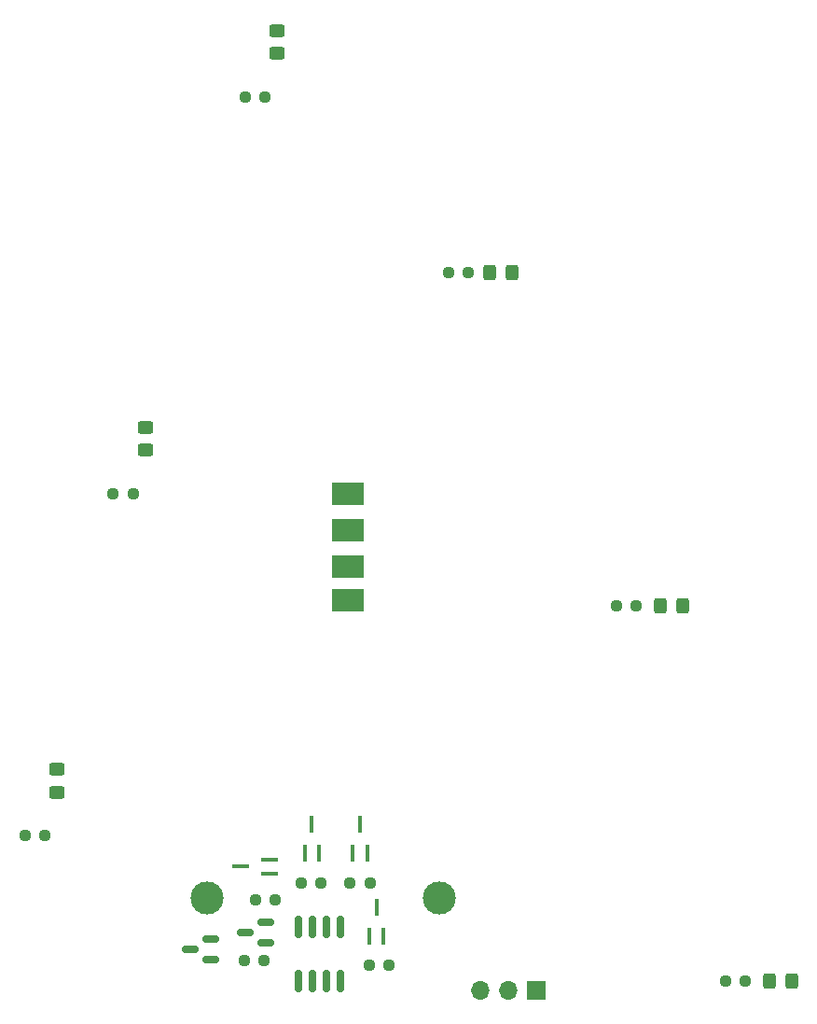
<source format=gbs>
%TF.GenerationSoftware,KiCad,Pcbnew,7.0.8*%
%TF.CreationDate,2024-03-10T12:53:15+01:00*%
%TF.ProjectId,PCB_Christmas_Tree,5043425f-4368-4726-9973-746d61735f54,rev?*%
%TF.SameCoordinates,Original*%
%TF.FileFunction,Soldermask,Bot*%
%TF.FilePolarity,Negative*%
%FSLAX46Y46*%
G04 Gerber Fmt 4.6, Leading zero omitted, Abs format (unit mm)*
G04 Created by KiCad (PCBNEW 7.0.8) date 2024-03-10 12:53:15*
%MOMM*%
%LPD*%
G01*
G04 APERTURE LIST*
G04 Aperture macros list*
%AMRoundRect*
0 Rectangle with rounded corners*
0 $1 Rounding radius*
0 $2 $3 $4 $5 $6 $7 $8 $9 X,Y pos of 4 corners*
0 Add a 4 corners polygon primitive as box body*
4,1,4,$2,$3,$4,$5,$6,$7,$8,$9,$2,$3,0*
0 Add four circle primitives for the rounded corners*
1,1,$1+$1,$2,$3*
1,1,$1+$1,$4,$5*
1,1,$1+$1,$6,$7*
1,1,$1+$1,$8,$9*
0 Add four rect primitives between the rounded corners*
20,1,$1+$1,$2,$3,$4,$5,0*
20,1,$1+$1,$4,$5,$6,$7,0*
20,1,$1+$1,$6,$7,$8,$9,0*
20,1,$1+$1,$8,$9,$2,$3,0*%
G04 Aperture macros list end*
%ADD10C,3.000000*%
%ADD11RoundRect,0.237500X0.250000X0.237500X-0.250000X0.237500X-0.250000X-0.237500X0.250000X-0.237500X0*%
%ADD12RoundRect,0.250000X-0.325000X-0.450000X0.325000X-0.450000X0.325000X0.450000X-0.325000X0.450000X0*%
%ADD13RoundRect,0.237500X-0.250000X-0.237500X0.250000X-0.237500X0.250000X0.237500X-0.250000X0.237500X0*%
%ADD14R,0.450000X1.500000*%
%ADD15RoundRect,0.250000X0.450000X-0.325000X0.450000X0.325000X-0.450000X0.325000X-0.450000X-0.325000X0*%
%ADD16R,1.500000X0.450000*%
%ADD17RoundRect,0.150000X0.587500X0.150000X-0.587500X0.150000X-0.587500X-0.150000X0.587500X-0.150000X0*%
%ADD18R,3.000000X2.000000*%
%ADD19R,1.700000X1.700000*%
%ADD20O,1.700000X1.700000*%
%ADD21RoundRect,0.150000X0.150000X-0.825000X0.150000X0.825000X-0.150000X0.825000X-0.150000X-0.825000X0*%
G04 APERTURE END LIST*
D10*
%TO.C,J2*%
X85644000Y-130627000D03*
X106726000Y-130627000D03*
%TD*%
D11*
%TO.C,R14*%
X70912500Y-125000000D03*
X69087500Y-125000000D03*
%TD*%
D12*
%TO.C,D19*%
X126737000Y-104140000D03*
X128787000Y-104140000D03*
%TD*%
D11*
%TO.C,R11*%
X78912500Y-94000000D03*
X77087500Y-94000000D03*
%TD*%
D13*
%TO.C,R4*%
X89000000Y-136271000D03*
X90825000Y-136271000D03*
%TD*%
D14*
%TO.C,Q5*%
X100150000Y-126601000D03*
X98850000Y-126601000D03*
X99500000Y-123941000D03*
%TD*%
D11*
%TO.C,R3*%
X95986500Y-129271000D03*
X94161500Y-129271000D03*
%TD*%
D15*
%TO.C,D6*%
X80000000Y-90025000D03*
X80000000Y-87975000D03*
%TD*%
D16*
%TO.C,Q1*%
X91330000Y-127121000D03*
X91330000Y-128421000D03*
X88670000Y-127771000D03*
%TD*%
D17*
%TO.C,Q4*%
X85937500Y-134321000D03*
X85937500Y-136221000D03*
X84062500Y-135271000D03*
%TD*%
D13*
%TO.C,R1*%
X90000000Y-130771000D03*
X91825000Y-130771000D03*
%TD*%
D11*
%TO.C,R24*%
X124610500Y-104140000D03*
X122785500Y-104140000D03*
%TD*%
D17*
%TO.C,D1*%
X90937500Y-132821000D03*
X90937500Y-134721000D03*
X89062500Y-133771000D03*
%TD*%
D11*
%TO.C,R12*%
X90912500Y-58000000D03*
X89087500Y-58000000D03*
%TD*%
D18*
%TO.C,J5*%
X98400000Y-93974000D03*
X98400000Y-97276000D03*
X98400000Y-100578000D03*
X98400000Y-103626000D03*
%TD*%
D15*
%TO.C,D9*%
X72000000Y-121025000D03*
X72000000Y-118975000D03*
%TD*%
D19*
%TO.C,J1*%
X115525000Y-139000000D03*
D20*
X112985000Y-139000000D03*
X110445000Y-139000000D03*
%TD*%
D15*
%TO.C,D7*%
X92000000Y-54000000D03*
X92000000Y-51950000D03*
%TD*%
D14*
%TO.C,Q2*%
X101650000Y-134101000D03*
X100350000Y-134101000D03*
X101000000Y-131441000D03*
%TD*%
D12*
%TO.C,D8*%
X136643000Y-138176000D03*
X138693000Y-138176000D03*
%TD*%
D11*
%TO.C,R2*%
X102166500Y-136727000D03*
X100341500Y-136727000D03*
%TD*%
%TO.C,R13*%
X134516500Y-138176000D03*
X132691500Y-138176000D03*
%TD*%
%TO.C,R30*%
X109361500Y-73914000D03*
X107536500Y-73914000D03*
%TD*%
D12*
%TO.C,D25*%
X111243000Y-73914000D03*
X113293000Y-73914000D03*
%TD*%
D14*
%TO.C,Q3*%
X95800000Y-126601000D03*
X94500000Y-126601000D03*
X95150000Y-123941000D03*
%TD*%
D21*
%TO.C,U1*%
X97709000Y-138182000D03*
X96439000Y-138182000D03*
X95169000Y-138182000D03*
X93899000Y-138182000D03*
X93899000Y-133232000D03*
X95169000Y-133232000D03*
X96439000Y-133232000D03*
X97709000Y-133232000D03*
%TD*%
D11*
%TO.C,R5*%
X100412500Y-129271000D03*
X98587500Y-129271000D03*
%TD*%
M02*

</source>
